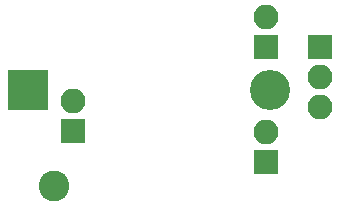
<source format=gbr>
G04 #@! TF.FileFunction,Soldermask,Bot*
%FSLAX46Y46*%
G04 Gerber Fmt 4.6, Leading zero omitted, Abs format (unit mm)*
G04 Created by KiCad (PCBNEW 4.0.1-stable) date 2019/04/06 0:17:03*
%MOMM*%
G01*
G04 APERTURE LIST*
%ADD10C,0.100000*%
%ADD11R,2.100000X2.100000*%
%ADD12O,2.100000X2.100000*%
%ADD13C,2.600000*%
%ADD14C,3.400000*%
%ADD15R,3.400000X3.400000*%
G04 APERTURE END LIST*
D10*
D11*
X173200000Y-101400000D03*
D12*
X173200000Y-103940000D03*
X173200000Y-106480000D03*
D13*
X150700000Y-113150000D03*
D11*
X168600000Y-111100000D03*
D12*
X168600000Y-108560000D03*
D11*
X168625000Y-101400000D03*
D12*
X168600000Y-98860000D03*
D11*
X152300000Y-108525000D03*
D12*
X152300000Y-105985000D03*
D14*
X168991000Y-105004000D03*
D15*
X148501000Y-105004000D03*
M02*

</source>
